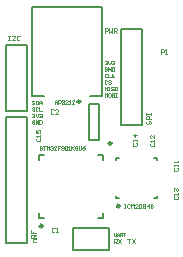
<source format=gto>
G04*
G04 #@! TF.GenerationSoftware,Altium Limited,Altium Designer,19.1.7 (138)*
G04*
G04 Layer_Color=65535*
%FSLAX44Y44*%
%MOMM*%
G71*
G01*
G75*
%ADD10C,0.2500*%
%ADD11C,0.2000*%
%ADD12C,0.1020*%
%ADD13C,0.0508*%
%ADD14C,0.0762*%
D10*
X1044936Y846974D02*
G03*
X1044936Y846974I-1250J0D01*
G01*
X1012966Y741578D02*
G03*
X1012966Y741578I-1250J0D01*
G01*
X1078204Y758566D02*
G03*
X1078204Y758566I-1250J0D01*
G01*
X1071386Y811564D02*
G03*
X1071386Y811564I-1250J0D01*
G01*
D11*
X1004026Y851254D02*
X1014026D01*
X1004024Y851251D02*
Y927251D01*
X1004026Y927254D02*
X1063027D01*
X1053026Y851254D02*
X1063027D01*
Y927254D01*
X1097136Y826914D02*
Y908414D01*
X1079136Y826914D02*
X1097136D01*
X1079136Y908414D02*
X1097136D01*
X1079136Y826914D02*
Y908414D01*
X1010216Y748078D02*
X1014466D01*
X1010216D02*
Y752328D01*
Y797828D02*
Y802078D01*
X1014466D01*
X1059966D02*
X1064216D01*
Y797828D02*
Y802078D01*
X1059966Y748078D02*
X1064216D01*
Y752328D01*
X981600Y727092D02*
Y833992D01*
Y727092D02*
X999600D01*
Y833992D01*
X981600D02*
X999600D01*
X1075454Y765066D02*
X1077454D01*
X1075454D02*
Y767066D01*
Y797066D02*
Y799066D01*
X1077454D01*
X1107454D02*
X1109454D01*
Y797066D02*
Y799066D01*
X1107454Y765066D02*
X1109454D01*
Y767066D01*
X981600Y838598D02*
Y894698D01*
X999600D01*
Y838598D02*
Y894698D01*
X981600Y838598D02*
X999600D01*
X1038750Y721504D02*
X1069450D01*
Y739504D01*
X1038750D02*
X1069450D01*
X1038750Y721504D02*
Y739504D01*
X1051886Y814064D02*
Y845064D01*
X1060886Y814064D02*
Y845064D01*
X1051886D02*
X1060886D01*
X1051886Y814064D02*
X1060886D01*
D12*
X1073408Y726952D02*
Y730761D01*
X1075312D01*
X1075947Y730126D01*
Y728856D01*
X1075312Y728222D01*
X1073408D01*
X1074678D02*
X1075947Y726952D01*
X1077217Y730761D02*
X1079756Y726952D01*
Y730761D02*
X1077217Y726952D01*
X1084834Y730761D02*
X1087374D01*
X1086104D01*
Y726952D01*
X1088643Y730761D02*
X1091182Y726952D01*
Y730761D02*
X1088643Y726952D01*
X1007106Y727968D02*
X1004567D01*
Y729872D01*
X1005202Y730507D01*
X1007106D01*
Y731777D02*
X1003297D01*
Y733681D01*
X1003932Y734316D01*
X1005202D01*
X1005836Y733681D01*
Y731777D01*
Y733046D02*
X1007106Y734316D01*
X1003297Y738125D02*
Y735585D01*
X1005202D01*
Y736855D01*
Y735585D01*
X1007106D01*
X1089784Y812041D02*
X1089149Y811406D01*
Y810137D01*
X1089784Y809502D01*
X1092323D01*
X1092958Y810137D01*
Y811406D01*
X1092323Y812041D01*
X1092958Y813311D02*
Y814580D01*
Y813945D01*
X1089149D01*
X1089784Y813311D01*
X1092958Y818389D02*
X1089149D01*
X1091054Y816485D01*
Y819024D01*
X1124582Y790959D02*
X1123947Y790324D01*
Y789055D01*
X1124582Y788420D01*
X1127121D01*
X1127756Y789055D01*
Y790324D01*
X1127121Y790959D01*
X1127756Y792229D02*
Y793498D01*
Y792863D01*
X1123947D01*
X1124582Y792229D01*
X1127756Y795403D02*
Y796672D01*
Y796038D01*
X1123947D01*
X1124582Y795403D01*
X984000Y902719D02*
X985270D01*
X984635D01*
Y898910D01*
X984000D01*
X985270D01*
X989713D02*
X987174D01*
X989713Y901449D01*
Y902084D01*
X989078Y902719D01*
X987809D01*
X987174Y902084D01*
X993522D02*
X992887Y902719D01*
X991618D01*
X990983Y902084D01*
Y899545D01*
X991618Y898910D01*
X992887D01*
X993522Y899545D01*
X1124582Y766575D02*
X1123947Y765940D01*
Y764671D01*
X1124582Y764036D01*
X1127121D01*
X1127756Y764671D01*
Y765940D01*
X1127121Y766575D01*
X1127756Y767845D02*
Y769114D01*
Y768480D01*
X1123947D01*
X1124582Y767845D01*
Y771019D02*
X1123947Y771654D01*
Y772923D01*
X1124582Y773558D01*
X1125217D01*
X1125852Y772923D01*
Y772288D01*
Y772923D01*
X1126486Y773558D01*
X1127121D01*
X1127756Y772923D01*
Y771654D01*
X1127121Y771019D01*
X1007996Y815851D02*
X1007361Y815216D01*
Y813947D01*
X1007996Y813312D01*
X1010535D01*
X1011170Y813947D01*
Y815216D01*
X1010535Y815851D01*
X1011170Y817121D02*
Y818390D01*
Y817756D01*
X1007361D01*
X1007996Y817121D01*
X1007361Y822834D02*
Y820295D01*
X1009266D01*
X1008631Y821564D01*
Y822199D01*
X1009266Y822834D01*
X1010535D01*
X1011170Y822199D01*
Y820929D01*
X1010535Y820295D01*
X1065534Y905260D02*
Y909069D01*
X1067438D01*
X1068073Y908434D01*
Y907164D01*
X1067438Y906530D01*
X1065534D01*
X1069343Y909069D02*
Y905260D01*
X1070612Y906530D01*
X1071882Y905260D01*
Y909069D01*
X1073151Y905260D02*
Y909069D01*
X1075056D01*
X1075691Y908434D01*
Y907164D01*
X1075056Y906530D01*
X1073151D01*
X1074421D02*
X1075691Y905260D01*
X1101468Y830583D02*
X1100833Y829948D01*
Y828679D01*
X1101468Y828044D01*
X1102103D01*
X1102738Y828679D01*
Y829948D01*
X1103372Y830583D01*
X1104007D01*
X1104642Y829948D01*
Y828679D01*
X1104007Y828044D01*
X1104642Y831853D02*
X1100833D01*
Y833757D01*
X1101468Y834392D01*
X1102738D01*
X1103372Y833757D01*
Y831853D01*
X1100833Y835661D02*
Y836931D01*
Y836296D01*
X1104642D01*
Y835661D01*
Y836931D01*
X1023115Y739524D02*
X1022480Y740159D01*
X1021211D01*
X1020576Y739524D01*
Y736985D01*
X1021211Y736350D01*
X1022480D01*
X1023115Y736985D01*
X1024385Y736350D02*
X1025654D01*
X1025020D01*
Y740159D01*
X1024385Y739524D01*
X1104516Y811787D02*
X1103881Y811152D01*
Y809883D01*
X1104516Y809248D01*
X1107055D01*
X1107690Y809883D01*
Y811152D01*
X1107055Y811787D01*
X1107690Y813057D02*
Y814326D01*
Y813691D01*
X1103881D01*
X1104516Y813057D01*
X1107690Y818770D02*
Y816231D01*
X1105151Y818770D01*
X1104516D01*
X1103881Y818135D01*
Y816865D01*
X1104516Y816231D01*
X1022353Y839600D02*
X1021718Y840235D01*
X1020449D01*
X1019814Y839600D01*
Y837061D01*
X1020449Y836426D01*
X1021718D01*
X1022353Y837061D01*
X1026162Y836426D02*
X1023623D01*
X1026162Y838965D01*
Y839600D01*
X1025527Y840235D01*
X1024258D01*
X1023623Y839600D01*
X1113032Y887226D02*
Y891035D01*
X1114936D01*
X1115571Y890400D01*
Y889130D01*
X1114936Y888496D01*
X1113032D01*
X1116841Y887226D02*
X1118110D01*
X1117476D01*
Y891035D01*
X1116841Y890400D01*
D13*
X1023112Y845058D02*
Y847089D01*
X1024128Y848105D01*
X1025143Y847089D01*
Y845058D01*
Y846581D01*
X1023112D01*
X1026159Y845058D02*
Y848105D01*
X1027682D01*
X1028190Y847597D01*
Y846581D01*
X1027682Y846074D01*
X1026159D01*
X1029206Y847597D02*
X1029714Y848105D01*
X1030730D01*
X1031237Y847597D01*
Y847089D01*
X1030730Y846581D01*
X1030222D01*
X1030730D01*
X1031237Y846074D01*
Y845566D01*
X1030730Y845058D01*
X1029714D01*
X1029206Y845566D01*
X1034284Y845058D02*
X1032253D01*
X1034284Y847089D01*
Y847597D01*
X1033776Y848105D01*
X1032761D01*
X1032253Y847597D01*
X1035300Y845058D02*
X1036316D01*
X1035808D01*
Y848105D01*
X1035300Y847597D01*
X1039871Y845058D02*
X1037839D01*
X1039871Y847089D01*
Y847597D01*
X1039363Y848105D01*
X1038347D01*
X1037839Y847597D01*
X1012443Y808735D02*
X1011936Y809243D01*
X1010920D01*
X1010412Y808735D01*
Y808227D01*
X1010920Y807719D01*
X1011936D01*
X1012443Y807212D01*
Y806704D01*
X1011936Y806196D01*
X1010920D01*
X1010412Y806704D01*
X1013459Y809243D02*
X1015490D01*
X1014475D01*
Y806196D01*
X1016506D02*
Y809243D01*
X1017522Y808227D01*
X1018537Y809243D01*
Y806196D01*
X1019553Y808735D02*
X1020061Y809243D01*
X1021077D01*
X1021584Y808735D01*
Y808227D01*
X1021077Y807719D01*
X1020569D01*
X1021077D01*
X1021584Y807212D01*
Y806704D01*
X1021077Y806196D01*
X1020061D01*
X1019553Y806704D01*
X1024631Y806196D02*
X1022600D01*
X1024631Y808227D01*
Y808735D01*
X1024124Y809243D01*
X1023108D01*
X1022600Y808735D01*
X1027678Y809243D02*
X1025647D01*
Y807719D01*
X1026663D01*
X1025647D01*
Y806196D01*
X1028694Y808735D02*
X1029202Y809243D01*
X1030218D01*
X1030725Y808735D01*
Y808227D01*
X1030218Y807719D01*
X1029710D01*
X1030218D01*
X1030725Y807212D01*
Y806704D01*
X1030218Y806196D01*
X1029202D01*
X1028694Y806704D01*
X1031741Y808735D02*
X1032249Y809243D01*
X1033265D01*
X1033772Y808735D01*
Y806704D01*
X1033265Y806196D01*
X1032249D01*
X1031741Y806704D01*
Y808735D01*
X1034788Y806196D02*
X1035804D01*
X1035296D01*
Y809243D01*
X1034788Y808735D01*
X1037327Y809243D02*
Y806196D01*
Y807212D01*
X1039359Y809243D01*
X1037835Y807719D01*
X1039359Y806196D01*
X1040374Y808735D02*
X1040882Y809243D01*
X1041898D01*
X1042406Y808735D01*
Y808227D01*
X1041898Y807719D01*
X1042406Y807212D01*
Y806704D01*
X1041898Y806196D01*
X1040882D01*
X1040374Y806704D01*
Y807212D01*
X1040882Y807719D01*
X1040374Y808227D01*
Y808735D01*
X1040882Y807719D02*
X1041898D01*
X1043421Y809243D02*
Y806704D01*
X1043929Y806196D01*
X1044945D01*
X1045453Y806704D01*
Y809243D01*
X1048500D02*
X1047484Y808735D01*
X1046468Y807719D01*
Y806704D01*
X1046976Y806196D01*
X1047992D01*
X1048500Y806704D01*
Y807212D01*
X1047992Y807719D01*
X1046468D01*
X1073658Y735583D02*
Y733467D01*
X1074081Y733044D01*
X1074928D01*
X1075351Y733467D01*
Y735583D01*
X1076197Y733044D02*
Y734737D01*
X1077044Y735583D01*
X1077890Y734737D01*
Y733044D01*
Y734314D01*
X1076197D01*
X1078736Y733044D02*
Y735583D01*
X1080006D01*
X1080429Y735160D01*
Y734314D01*
X1080006Y733890D01*
X1078736D01*
X1079583D02*
X1080429Y733044D01*
X1081276Y735583D02*
X1082968D01*
X1082122D01*
Y733044D01*
D14*
X1006093Y847035D02*
X1005585Y847543D01*
X1004570D01*
X1004062Y847035D01*
Y846527D01*
X1004570Y846019D01*
X1005585D01*
X1006093Y845511D01*
Y845004D01*
X1005585Y844496D01*
X1004570D01*
X1004062Y845004D01*
X1007109Y847543D02*
Y844496D01*
X1008633D01*
X1009140Y845004D01*
Y847035D01*
X1008633Y847543D01*
X1007109D01*
X1010156Y844496D02*
Y846527D01*
X1011172Y847543D01*
X1012187Y846527D01*
Y844496D01*
Y846019D01*
X1010156D01*
X1006093Y841550D02*
X1005585Y842057D01*
X1004570D01*
X1004062Y841550D01*
Y841042D01*
X1004570Y840534D01*
X1005585D01*
X1006093Y840026D01*
Y839518D01*
X1005585Y839010D01*
X1004570D01*
X1004062Y839518D01*
X1009140Y841550D02*
X1008633Y842057D01*
X1007617D01*
X1007109Y841550D01*
Y839518D01*
X1007617Y839010D01*
X1008633D01*
X1009140Y839518D01*
X1010156Y842057D02*
Y839010D01*
X1012187D01*
X1004062Y836064D02*
X1004570Y836572D01*
X1005585D01*
X1006093Y836064D01*
Y835556D01*
X1005585Y835049D01*
X1005078D01*
X1005585D01*
X1006093Y834541D01*
Y834033D01*
X1005585Y833525D01*
X1004570D01*
X1004062Y834033D01*
X1007109Y836572D02*
Y834541D01*
X1008125Y833525D01*
X1009140Y834541D01*
Y836572D01*
X1010156Y836064D02*
X1010664Y836572D01*
X1011680D01*
X1012187Y836064D01*
Y835556D01*
X1011680Y835049D01*
X1011172D01*
X1011680D01*
X1012187Y834541D01*
Y834033D01*
X1011680Y833525D01*
X1010664D01*
X1010156Y834033D01*
X1006093Y830579D02*
X1005585Y831087D01*
X1004570D01*
X1004062Y830579D01*
Y828548D01*
X1004570Y828040D01*
X1005585D01*
X1006093Y828548D01*
Y829564D01*
X1005078D01*
X1007109Y828040D02*
Y831087D01*
X1009140Y828040D01*
Y831087D01*
X1010156D02*
Y828040D01*
X1011680D01*
X1012187Y828548D01*
Y830579D01*
X1011680Y831087D01*
X1010156D01*
X1065530Y880865D02*
X1066038Y881373D01*
X1067054D01*
X1067561Y880865D01*
Y880357D01*
X1067054Y879849D01*
X1066546D01*
X1067054D01*
X1067561Y879342D01*
Y878834D01*
X1067054Y878326D01*
X1066038D01*
X1065530Y878834D01*
X1068577Y881373D02*
Y879342D01*
X1069593Y878326D01*
X1070608Y879342D01*
Y881373D01*
X1071624Y880865D02*
X1072132Y881373D01*
X1073148D01*
X1073655Y880865D01*
Y880357D01*
X1073148Y879849D01*
X1072640D01*
X1073148D01*
X1073655Y879342D01*
Y878834D01*
X1073148Y878326D01*
X1072132D01*
X1071624Y878834D01*
X1067561Y875380D02*
X1067054Y875888D01*
X1066038D01*
X1065530Y875380D01*
Y873349D01*
X1066038Y872841D01*
X1067054D01*
X1067561Y873349D01*
Y874364D01*
X1066546D01*
X1068577Y872841D02*
Y875888D01*
X1070608Y872841D01*
Y875888D01*
X1071624D02*
Y872841D01*
X1073148D01*
X1073655Y873349D01*
Y875380D01*
X1073148Y875888D01*
X1071624D01*
X1067561Y869895D02*
X1067054Y870403D01*
X1066038D01*
X1065530Y869895D01*
Y867863D01*
X1066038Y867356D01*
X1067054D01*
X1067561Y867863D01*
X1068577Y870403D02*
Y867356D01*
X1070608D01*
X1071624Y870403D02*
Y867356D01*
Y868371D01*
X1073655Y870403D01*
X1072132Y868879D01*
X1073655Y867356D01*
X1067561Y864410D02*
X1067054Y864917D01*
X1066038D01*
X1065530Y864410D01*
Y862378D01*
X1066038Y861870D01*
X1067054D01*
X1067561Y862378D01*
X1070608Y864410D02*
X1070100Y864917D01*
X1069085D01*
X1068577Y864410D01*
Y863902D01*
X1069085Y863394D01*
X1070100D01*
X1070608Y862886D01*
Y862378D01*
X1070100Y861870D01*
X1069085D01*
X1068577Y862378D01*
X1065530Y856385D02*
Y859432D01*
X1066546Y858417D01*
X1067561Y859432D01*
Y856385D01*
X1068577Y859432D02*
X1069593D01*
X1069085D01*
Y856385D01*
X1068577D01*
X1069593D01*
X1073148Y858924D02*
X1072640Y859432D01*
X1071624D01*
X1071116Y858924D01*
Y858417D01*
X1071624Y857909D01*
X1072640D01*
X1073148Y857401D01*
Y856893D01*
X1072640Y856385D01*
X1071624D01*
X1071116Y856893D01*
X1075687Y859432D02*
X1074671D01*
X1074163Y858924D01*
Y856893D01*
X1074671Y856385D01*
X1075687D01*
X1076195Y856893D01*
Y858924D01*
X1075687Y859432D01*
X1065530Y850900D02*
Y853947D01*
X1066546Y852931D01*
X1067561Y853947D01*
Y850900D01*
X1070100Y853947D02*
X1069085D01*
X1068577Y853439D01*
Y851408D01*
X1069085Y850900D01*
X1070100D01*
X1070608Y851408D01*
Y853439D01*
X1070100Y853947D01*
X1073655Y853439D02*
X1073148Y853947D01*
X1072132D01*
X1071624Y853439D01*
Y852931D01*
X1072132Y852423D01*
X1073148D01*
X1073655Y851916D01*
Y851408D01*
X1073148Y850900D01*
X1072132D01*
X1071624Y851408D01*
X1074671Y853947D02*
X1075687D01*
X1075179D01*
Y850900D01*
X1074671D01*
X1075687D01*
X1081786Y760221D02*
X1082886D01*
X1082336D01*
Y756920D01*
X1081786D01*
X1082886D01*
X1086737Y759671D02*
X1086187Y760221D01*
X1085087D01*
X1084537Y759671D01*
Y757470D01*
X1085087Y756920D01*
X1086187D01*
X1086737Y757470D01*
X1087838Y756920D02*
Y760221D01*
X1088938Y759121D01*
X1090038Y760221D01*
Y756920D01*
X1093339D02*
X1091139D01*
X1093339Y759121D01*
Y759671D01*
X1092789Y760221D01*
X1091689D01*
X1091139Y759671D01*
X1094440D02*
X1094990Y760221D01*
X1096090D01*
X1096640Y759671D01*
Y757470D01*
X1096090Y756920D01*
X1094990D01*
X1094440Y757470D01*
Y759671D01*
X1097740Y757470D02*
X1098291Y756920D01*
X1099391D01*
X1099941Y757470D01*
Y759671D01*
X1099391Y760221D01*
X1098291D01*
X1097740Y759671D01*
Y759121D01*
X1098291Y758570D01*
X1099941D01*
X1102692Y756920D02*
Y760221D01*
X1101041Y758570D01*
X1103242D01*
X1104342Y759671D02*
X1104893Y760221D01*
X1105993D01*
X1106543Y759671D01*
Y759121D01*
X1105993Y758570D01*
X1106543Y758020D01*
Y757470D01*
X1105993Y756920D01*
X1104893D01*
X1104342Y757470D01*
Y758020D01*
X1104893Y758570D01*
X1104342Y759121D01*
Y759671D01*
X1104893Y758570D02*
X1105993D01*
M02*

</source>
